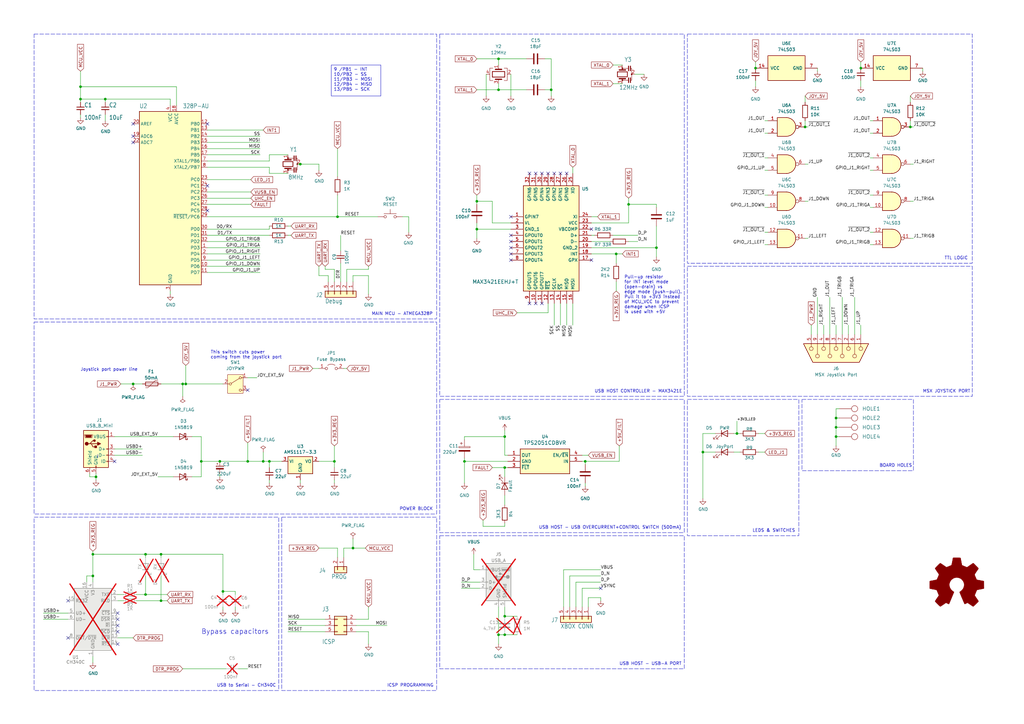
<source format=kicad_sch>
(kicad_sch (version 20231120) (generator "eeschema") (generator_version "8.0")
  (paper "A3")
  (title_block (title "msx-joyduke-v1") (date "2024-06-15") (rev "build2") (company "Albert Herranz"))
  (junction (at 240.03 189.23))
  (junction (at 342.9 179.07))
  (junction (at 373.38 52.07))
  (junction (at 269.24 101.6))
  (junction (at 207.01 252.73))
  (junction (at 54.61 157.48))
  (junction (at 288.29 185.42))
  (junction (at 252.73 104.14))
  (junction (at 204.47 24.13))
  (junction (at 66.04 246.38))
  (junction (at 59.69 227.33))
  (junction (at 33.02 40.64))
  (junction (at 207.01 260.35))
  (junction (at 43.18 40.64))
  (junction (at 137.16 189.23))
  (junction (at 76.2 157.48))
  (junction (at 107.95 189.23))
  (junction (at 38.1 227.33))
  (junction (at 195.58 93.98))
  (junction (at 207.01 179.07))
  (junction (at 190.5 189.23))
  (junction (at 101.6 189.23))
  (junction (at 342.9 175.26))
  (junction (at 33.02 35.56))
  (junction (at 207.01 191.77))
  (junction (at 257.81 83.82))
  (junction (at 38.1 236.22))
  (junction (at 138.43 88.9))
  (junction (at 195.58 82.55))
  (junction (at 144.78 224.79))
  (junction (at 309.88 27.94))
  (junction (at 302.26 177.8))
  (junction (at 226.06 36.83))
  (junction (at 353.06 27.94))
  (junction (at 204.47 36.83))
  (junction (at 82.55 189.23))
  (junction (at 204.47 260.35))
  (junction (at 59.69 243.84))
  (junction (at 90.17 189.23))
  (junction (at 74.93 157.48))
  (junction (at 123.19 67.31))
  (junction (at 66.04 227.33))
  (junction (at 330.2 52.07))
  (junction (at 91.44 242.57))
  (junction (at 110.49 189.23))
  (junction (at 342.9 171.45))
  (junction (at 39.37 195.58))
  (no_connect (at 85.09 86.36))
  (no_connect (at 242.57 106.68))
  (no_connect (at 209.55 96.52))
  (no_connect (at 217.17 124.46))
  (no_connect (at 54.61 58.42))
  (no_connect (at 101.6 160.02))
  (no_connect (at 27.94 246.38))
  (no_connect (at 219.71 124.46))
  (no_connect (at 46.99 189.23))
  (no_connect (at 242.57 93.98))
  (no_connect (at 232.41 71.12))
  (no_connect (at 27.94 261.62))
  (no_connect (at 48.26 256.54))
  (no_connect (at 209.55 88.9))
  (no_connect (at 54.61 50.8))
  (no_connect (at 48.26 264.16))
  (no_connect (at 48.26 251.46))
  (no_connect (at 54.61 55.88))
  (no_connect (at 222.25 124.46))
  (no_connect (at 217.17 71.12))
  (no_connect (at 209.55 99.06))
  (no_connect (at 229.87 71.12))
  (no_connect (at 48.26 259.08))
  (no_connect (at 85.09 50.8))
  (no_connect (at 222.25 71.12))
  (no_connect (at 246.38 241.3))
  (no_connect (at 227.33 71.12))
  (no_connect (at 209.55 104.14))
  (no_connect (at 209.55 106.68))
  (no_connect (at 48.26 254))
  (no_connect (at 85.09 76.2))
  (no_connect (at 209.55 101.6))
  (no_connect (at 219.71 71.12))
  (no_connect (at 224.79 71.12))
  (wire (pts (xy 201.93 91.44) (xy 201.93 82.55)))
  (wire (pts (xy 353.06 33.02) (xy 353.06 35.56)))
  (wire (pts (xy 59.69 227.33) (xy 66.04 227.33)))
  (wire (pts (xy 54.61 157.48) (xy 58.42 157.48)))
  (wire (pts (xy 313.69 80.01) (xy 314.96 80.01)))
  (wire (pts (xy 344.17 175.26) (xy 342.9 175.26)))
  (wire (pts (xy 195.58 93.98) (xy 209.55 93.98)))
  (wire (pts (xy 207.01 176.53) (xy 207.01 179.07)))
  (wire (pts (xy 85.09 63.5) (xy 106.68 63.5)))
  (wire (pts (xy 76.2 149.86) (xy 76.2 157.48)))
  (wire (pts (xy 251.46 96.52) (xy 261.62 96.52)))
  (wire (pts (xy 137.16 196.85) (xy 137.16 198.12)))
  (wire (pts (xy 33.02 48.26) (xy 33.02 46.99)))
  (wire (pts (xy 55.88 243.84) (xy 59.69 243.84)))
  (wire (pts (xy 238.76 189.23) (xy 240.03 189.23)))
  (wire (pts (xy 233.68 236.22) (xy 246.38 236.22)))
  (wire (pts (xy 207.01 191.77) (xy 207.01 195.58)))
  (wire (pts (xy 269.24 83.82) (xy 257.81 83.82)))
  (wire (pts (xy 227.33 124.46) (xy 227.33 133.35)))
  (wire (pts (xy 139.7 107.95) (xy 139.7 115.57)))
  (wire (pts (xy 101.6 181.61) (xy 101.6 189.23)))
  (wire (pts (xy 199.39 30.48) (xy 199.39 39.37)))
  (wire (pts (xy 74.93 162.56) (xy 74.93 157.48)))
  (wire (pts (xy 240.03 198.12) (xy 240.03 199.39)))
  (wire (pts (xy 144.78 220.98) (xy 144.78 224.79)))
  (wire (pts (xy 345.44 121.92) (xy 345.44 137.16)))
  (wire (pts (xy 269.24 92.71) (xy 269.24 101.6)))
  (wire (pts (xy 85.09 101.6) (xy 106.68 101.6)))
  (wire (pts (xy 331.47 82.55) (xy 330.2 82.55)))
  (wire (pts (xy 144.78 113.03) (xy 151.13 113.03)))
  (wire (pts (xy 33.02 40.64) (xy 33.02 35.56)))
  (wire (pts (xy 85.09 55.88) (xy 106.68 55.88)))
  (wire (pts (xy 85.09 109.22) (xy 106.68 109.22)))
  (wire (pts (xy 118.11 254) (xy 133.35 254)))
  (wire (pts (xy 38.1 236.22) (xy 35.56 236.22)))
  (wire (pts (xy 167.64 88.9) (xy 167.64 95.25)))
  (wire (pts (xy 38.1 227.33) (xy 38.1 236.22)))
  (wire (pts (xy 311.15 185.42) (xy 313.69 185.42)))
  (wire (pts (xy 140.97 224.79) (xy 140.97 228.6)))
  (wire (pts (xy 85.09 53.34) (xy 107.95 53.34)))
  (wire (pts (xy 165.1 88.9) (xy 167.64 88.9)))
  (wire (pts (xy 378.46 29.21) (xy 378.46 27.94)))
  (wire (pts (xy 149.86 224.79) (xy 144.78 224.79)))
  (wire (pts (xy 356.87 69.85) (xy 358.14 69.85)))
  (wire (pts (xy 151.13 254) (xy 151.13 248.92)))
  (wire (pts (xy 257.81 99.06) (xy 261.62 99.06)))
  (wire (pts (xy 337.82 133.35) (xy 337.82 137.16)))
  (wire (pts (xy 374.65 67.31) (xy 373.38 67.31)))
  (wire (pts (xy 288.29 177.8) (xy 288.29 185.42)))
  (wire (pts (xy 257.81 83.82) (xy 257.81 81.28)))
  (wire (pts (xy 38.1 226.06) (xy 38.1 227.33)))
  (wire (pts (xy 82.55 179.07) (xy 78.74 179.07)))
  (wire (pts (xy 204.47 260.35) (xy 207.01 260.35)))
  (wire (pts (xy 17.78 251.46) (xy 27.94 251.46)))
  (polyline (pts (xy 40.132 187.706) (xy 40.132 186.436)))
  (wire (pts (xy 105.41 154.94) (xy 101.6 154.94)))
  (wire (pts (xy 39.37 195.58) (xy 39.37 196.85)))
  (wire (pts (xy 342.9 167.64) (xy 342.9 171.45)))
  (wire (pts (xy 226.06 36.83) (xy 226.06 39.37)))
  (wire (pts (xy 288.29 185.42) (xy 288.29 204.47)))
  (wire (pts (xy 196.85 233.68) (xy 194.31 233.68)))
  (wire (pts (xy 340.36 121.92) (xy 340.36 137.16)))
  (wire (pts (xy 74.93 274.32) (xy 92.71 274.32)))
  (wire (pts (xy 138.43 88.9) (xy 138.43 80.01)))
  (wire (pts (xy 293.37 185.42) (xy 288.29 185.42)))
  (wire (pts (xy 69.85 120.65) (xy 69.85 119.38)))
  (wire (pts (xy 118.11 63.5) (xy 110.49 63.5)))
  (wire (pts (xy 309.88 33.02) (xy 309.88 35.56)))
  (wire (pts (xy 204.47 260.35) (xy 204.47 264.16)))
  (wire (pts (xy 302.26 177.8) (xy 300.99 177.8)))
  (wire (pts (xy 313.69 69.85) (xy 314.96 69.85)))
  (wire (pts (xy 300.99 185.42) (xy 303.53 185.42)))
  (wire (pts (xy 242.57 99.06) (xy 250.19 99.06)))
  (wire (pts (xy 252.73 119.38) (xy 252.73 115.57)))
  (wire (pts (xy 189.23 241.3) (xy 196.85 241.3)))
  (wire (pts (xy 138.43 88.9) (xy 154.94 88.9)))
  (wire (pts (xy 335.28 121.92) (xy 335.28 137.16)))
  (wire (pts (xy 17.78 254) (xy 27.94 254)))
  (wire (pts (xy 231.14 248.92) (xy 231.14 233.68)))
  (wire (pts (xy 121.92 67.31) (xy 123.19 67.31)))
  (wire (pts (xy 234.95 68.58) (xy 234.95 71.12)))
  (wire (pts (xy 356.87 100.33) (xy 358.14 100.33)))
  (wire (pts (xy 356.87 80.01) (xy 358.14 80.01)))
  (wire (pts (xy 236.22 248.92) (xy 236.22 238.76)))
  (wire (pts (xy 190.5 180.34) (xy 190.5 179.07)))
  (wire (pts (xy 374.65 82.55) (xy 373.38 82.55)))
  (wire (pts (xy 353.06 25.4) (xy 353.06 27.94)))
  (wire (pts (xy 356.87 95.25) (xy 358.14 95.25)))
  (wire (pts (xy 33.02 35.56) (xy 72.39 35.56)))
  (wire (pts (xy 331.47 67.31) (xy 330.2 67.31)))
  (wire (pts (xy 374.65 52.07) (xy 373.38 52.07)))
  (wire (pts (xy 36.83 195.58) (xy 36.83 194.31)))
  (wire (pts (xy 373.38 39.37) (xy 373.38 41.91)))
  (wire (pts (xy 107.95 185.42) (xy 107.95 189.23)))
  (wire (pts (xy 269.24 85.09) (xy 269.24 83.82)))
  (wire (pts (xy 66.04 228.6) (xy 66.04 227.33)))
  (wire (pts (xy 242.57 91.44) (xy 257.81 91.44)))
  (wire (pts (xy 96.52 242.57) (xy 96.52 243.84)))
  (wire (pts (xy 212.09 128.27) (xy 224.79 128.27)))
  (wire (pts (xy 215.9 24.13) (xy 204.47 24.13)))
  (wire (pts (xy 66.04 227.33) (xy 91.44 227.33)))
  (wire (pts (xy 302.26 177.8) (xy 303.53 177.8)))
  (wire (pts (xy 195.58 24.13) (xy 204.47 24.13)))
  (wire (pts (xy 133.35 110.49) (xy 137.16 110.49)))
  (wire (pts (xy 331.47 97.79) (xy 330.2 97.79)))
  (wire (pts (xy 91.44 242.57) (xy 96.52 242.57)))
  (wire (pts (xy 204.47 24.13) (xy 204.47 26.67)))
  (wire (pts (xy 91.44 242.57) (xy 91.44 243.84)))
  (wire (pts (xy 140.97 151.13) (xy 142.24 151.13)))
  (wire (pts (xy 69.85 40.64) (xy 43.18 40.64)))
  (wire (pts (xy 195.58 93.98) (xy 195.58 97.79)))
  (wire (pts (xy 356.87 49.53) (xy 358.14 49.53)))
  (wire (pts (xy 85.09 58.42) (xy 106.68 58.42)))
  (wire (pts (xy 342.9 175.26) (xy 342.9 179.07)))
  (wire (pts (xy 236.22 238.76) (xy 246.38 238.76)))
  (wire (pts (xy 146.05 254) (xy 151.13 254)))
  (wire (pts (xy 144.78 224.79) (xy 140.97 224.79)))
  (wire (pts (xy 229.87 124.46) (xy 229.87 133.35)))
  (wire (pts (xy 33.02 41.91) (xy 33.02 40.64)))
  (wire (pts (xy 226.06 24.13) (xy 226.06 36.83)))
  (wire (pts (xy 110.49 189.23) (xy 115.57 189.23)))
  (wire (pts (xy 252.73 104.14) (xy 255.27 104.14)))
  (wire (pts (xy 344.17 167.64) (xy 342.9 167.64)))
  (wire (pts (xy 356.87 54.61) (xy 358.14 54.61)))
  (wire (pts (xy 96.52 248.92) (xy 96.52 250.19)))
  (wire (pts (xy 204.47 34.29) (xy 204.47 36.83)))
  (wire (pts (xy 38.1 269.24) (xy 38.1 271.78)))
  (wire (pts (xy 85.09 104.14) (xy 106.68 104.14)))
  (wire (pts (xy 207.01 191.77) (xy 208.28 191.77)))
  (wire (pts (xy 101.6 274.32) (xy 97.79 274.32)))
  (wire (pts (xy 130.81 67.31) (xy 130.81 69.85)))
  (wire (pts (xy 91.44 227.33) (xy 91.44 242.57)))
  (wire (pts (xy 46.99 179.07) (xy 71.12 179.07)))
  (wire (pts (xy 107.95 189.23) (xy 110.49 189.23)))
  (wire (pts (xy 151.13 109.22) (xy 151.13 110.49)))
  (wire (pts (xy 85.09 111.76) (xy 106.68 111.76)))
  (wire (pts (xy 242.57 96.52) (xy 243.84 96.52)))
  (wire (pts (xy 204.47 248.92) (xy 204.47 260.35)))
  (wire (pts (xy 313.69 85.09) (xy 314.96 85.09)))
  (wire (pts (xy 85.09 96.52) (xy 110.49 96.52)))
  (wire (pts (xy 43.18 46.99) (xy 43.18 49.53)))
  (wire (pts (xy 38.1 236.22) (xy 38.1 238.76)))
  (wire (pts (xy 251.46 26.67) (xy 255.27 26.67)))
  (wire (pts (xy 238.76 241.3) (xy 246.38 241.3)))
  (wire (pts (xy 72.39 43.18) (xy 72.39 35.56)))
  (wire (pts (xy 33.02 29.21) (xy 33.02 35.56)))
  (wire (pts (xy 195.58 91.44) (xy 195.58 93.98)))
  (wire (pts (xy 240.03 189.23) (xy 254 189.23)))
  (wire (pts (xy 110.49 189.23) (xy 110.49 191.77)))
  (wire (pts (xy 46.99 186.69) (xy 58.42 186.69)))
  (wire (pts (xy 118.11 92.71) (xy 119.38 92.71)))
  (wire (pts (xy 195.58 80.01) (xy 195.58 82.55)))
  (wire (pts (xy 223.52 24.13) (xy 226.06 24.13)))
  (wire (pts (xy 137.16 189.23) (xy 137.16 191.77)))
  (wire (pts (xy 49.53 157.48) (xy 54.61 157.48)))
  (wire (pts (xy 90.17 194.31) (xy 90.17 195.58)))
  (wire (pts (xy 208.28 186.69) (xy 207.01 186.69)))
  (wire (pts (xy 151.13 110.49) (xy 142.24 110.49)))
  (wire (pts (xy 66.04 157.48) (xy 74.93 157.48)))
  (wire (pts (xy 241.3 245.11) (xy 241.3 248.92)))
  (wire (pts (xy 82.55 179.07) (xy 82.55 189.23)))
  (wire (pts (xy 55.88 246.38) (xy 66.04 246.38)))
  (wire (pts (xy 198.12 215.9) (xy 207.01 215.9)))
  (wire (pts (xy 350.52 121.92) (xy 350.52 137.16)))
  (wire (pts (xy 137.16 110.49) (xy 137.16 115.57)))
  (wire (pts (xy 293.37 177.8) (xy 288.29 177.8)))
  (wire (pts (xy 110.49 68.58) (xy 110.49 71.12)))
  (wire (pts (xy 313.69 64.77) (xy 314.96 64.77)))
  (wire (pts (xy 139.7 96.52) (xy 139.7 102.87)))
  (wire (pts (xy 241.3 245.11) (xy 246.38 245.11)))
  (wire (pts (xy 101.6 189.23) (xy 107.95 189.23)))
  (wire (pts (xy 344.17 171.45) (xy 342.9 171.45)))
  (wire (pts (xy 347.98 133.35) (xy 347.98 137.16)))
  (wire (pts (xy 85.09 73.66) (xy 102.87 73.66)))
  (wire (pts (xy 134.62 113.03) (xy 134.62 115.57)))
  (wire (pts (xy 59.69 236.22) (xy 59.69 243.84)))
  (wire (pts (xy 257.81 91.44) (xy 257.81 83.82)))
  (wire (pts (xy 207.01 179.07) (xy 207.01 186.69)))
  (wire (pts (xy 133.35 109.22) (xy 133.35 110.49)))
  (wire (pts (xy 91.44 248.92) (xy 91.44 250.19)))
  (wire (pts (xy 35.56 236.22) (xy 35.56 238.76)))
  (wire (pts (xy 123.19 196.85) (xy 123.19 198.12)))
  (wire (pts (xy 252.73 107.95) (xy 252.73 104.14)))
  (wire (pts (xy 76.2 157.48) (xy 91.44 157.48)))
  (wire (pts (xy 242.57 88.9) (xy 245.11 88.9)))
  (wire (pts (xy 85.09 60.96) (xy 106.68 60.96)))
  (wire (pts (xy 198.12 213.36) (xy 198.12 215.9)))
  (wire (pts (xy 374.65 97.79) (xy 373.38 97.79)))
  (wire (pts (xy 110.49 63.5) (xy 110.49 66.04)))
  (wire (pts (xy 342.9 179.07) (xy 342.9 182.88)))
  (wire (pts (xy 130.81 189.23) (xy 137.16 189.23)))
  (wire (pts (xy 128.27 151.13) (xy 130.81 151.13)))
  (wire (pts (xy 313.69 49.53) (xy 314.96 49.53)))
  (wire (pts (xy 302.26 172.72) (xy 302.26 177.8)))
  (wire (pts (xy 342.9 171.45) (xy 342.9 175.26)))
  (wire (pts (xy 90.17 189.23) (xy 101.6 189.23)))
  (wire (pts (xy 332.74 133.35) (xy 332.74 137.16)))
  (wire (pts (xy 85.09 99.06) (xy 106.68 99.06)))
  (wire (pts (xy 309.88 25.4) (xy 309.88 27.94)))
  (wire (pts (xy 190.5 189.23) (xy 190.5 187.96)))
  (wire (pts (xy 207.01 260.35) (xy 212.09 260.35)))
  (wire (pts (xy 234.95 124.46) (xy 234.95 133.35)))
  (wire (pts (xy 151.13 259.08) (xy 151.13 264.16)))
  (wire (pts (xy 207.01 248.92) (xy 207.01 252.73)))
  (wire (pts (xy 269.24 101.6) (xy 242.57 101.6)))
  (wire (pts (xy 144.78 115.57) (xy 144.78 113.03)))
  (wire (pts (xy 242.57 104.14) (xy 252.73 104.14)))
  (wire (pts (xy 130.81 109.22) (xy 130.81 113.03)))
  (wire (pts (xy 335.28 29.21) (xy 335.28 27.94)))
  (wire (pts (xy 118.11 96.52) (xy 119.38 96.52)))
  (wire (pts (xy 85.09 81.28) (xy 102.87 81.28)))
  (wire (pts (xy 344.17 179.07) (xy 342.9 179.07)))
  (wire (pts (xy 195.58 36.83) (xy 204.47 36.83)))
  (wire (pts (xy 146.05 259.08) (xy 151.13 259.08)))
  (wire (pts (xy 46.99 184.15) (xy 58.42 184.15)))
  (wire (pts (xy 69.85 43.18) (xy 69.85 40.64)))
  (wire (pts (xy 110.49 66.04) (xy 85.09 66.04)))
  (wire (pts (xy 137.16 182.88) (xy 137.16 189.23)))
  (wire (pts (xy 204.47 36.83) (xy 215.9 36.83)))
  (wire (pts (xy 36.83 195.58) (xy 39.37 195.58)))
  (wire (pts (xy 311.15 177.8) (xy 313.69 177.8)))
  (wire (pts (xy 238.76 248.92) (xy 238.76 241.3)))
  (wire (pts (xy 85.09 106.68) (xy 106.68 106.68)))
  (wire (pts (xy 82.55 189.23) (xy 90.17 189.23)))
  (wire (pts (xy 207.01 203.2) (xy 207.01 207.01)))
  (wire (pts (xy 353.06 133.35) (xy 353.06 137.16)))
  (wire (pts (xy 118.11 256.54) (xy 133.35 256.54)))
  (wire (pts (xy 254 189.23) (xy 254 182.88)))
  (wire (pts (xy 138.43 224.79) (xy 138.43 228.6)))
  (wire (pts (xy 38.1 227.33) (xy 59.69 227.33)))
  (wire (pts (xy 110.49 71.12) (xy 118.11 71.12)))
  (wire (pts (xy 209.55 30.48) (xy 209.55 39.37)))
  (wire (pts (xy 246.38 245.11) (xy 246.38 246.38)))
  (wire (pts (xy 207.01 215.9) (xy 207.01 214.63)))
  (wire (pts (xy 190.5 189.23) (xy 190.5 198.12)))
  (wire (pts (xy 189.23 238.76) (xy 196.85 238.76)))
  (wire (pts (xy 151.13 113.03) (xy 151.13 120.65)))
  (wire (pts (xy 85.09 68.58) (xy 110.49 68.58)))
  (wire (pts (xy 130.81 113.03) (xy 134.62 113.03)))
  (wire (pts (xy 232.41 124.46) (xy 232.41 133.35)))
  (wire (pts (xy 209.55 91.44) (xy 201.93 91.44)))
  (wire (pts (xy 238.76 186.69) (xy 241.3 186.69)))
  (wire (pts (xy 66.04 236.22) (xy 66.04 246.38)))
  (wire (pts (xy 342.9 133.35) (xy 342.9 137.16)))
  (wire (pts (xy 118.11 259.08) (xy 133.35 259.08)))
  (wire (pts (xy 85.09 83.82) (xy 102.87 83.82)))
  (wire (pts (xy 59.69 243.84) (xy 68.58 243.84)))
  (wire (pts (xy 201.93 191.77) (xy 207.01 191.77)))
  (wire (pts (xy 190.5 189.23) (xy 208.28 189.23)))
  (wire (pts (xy 82.55 189.23) (xy 82.55 195.58)))
  (wire (pts (xy 224.79 124.46) (xy 224.79 128.27)))
  (wire (pts (xy 240.03 189.23) (xy 240.03 190.5)))
  (wire (pts (xy 231.14 233.68) (xy 246.38 233.68)))
  (wire (pts (xy 195.58 82.55) (xy 195.58 83.82)))
  (wire (pts (xy 373.38 49.53) (xy 373.38 52.07)))
  (wire (pts (xy 313.69 95.25) (xy 314.96 95.25)))
  (wire (pts (xy 330.2 49.53) (xy 330.2 52.07)))
  (wire (pts (xy 74.93 157.48) (xy 76.2 157.48)))
  (wire (pts (xy 43.18 41.91) (xy 43.18 40.64)))
  (wire (pts (xy 59.69 228.6) (xy 59.69 227.33)))
  (wire (pts (xy 48.26 243.84) (xy 50.8 243.84)))
  (wire (pts (xy 39.37 194.31) (xy 39.37 195.58)))
  (wire (pts (xy 142.24 110.49) (xy 142.24 115.57)))
  (wire (pts (xy 110.49 198.12) (xy 110.49 196.85)))
  (wire (pts (xy 356.87 85.09) (xy 358.14 85.09)))
  (wire (pts (xy 138.43 60.96) (xy 138.43 72.39)))
  (wire (pts (xy 260.35 30.48) (xy 264.16 30.48)))
  (wire (pts (xy 356.87 64.77) (xy 358.14 64.77)))
  (wire (pts (xy 226.06 36.83) (xy 223.52 36.83)))
  (wire (pts (xy 66.04 246.38) (xy 68.58 246.38)))
  (wire (pts (xy 85.09 88.9) (xy 138.43 88.9)))
  (wire (pts (xy 313.69 100.33) (xy 314.96 100.33)))
  (wire (pts (xy 85.09 93.98) (xy 110.49 93.98)))
  (wire (pts (xy 190.5 179.07) (xy 207.01 179.07)))
  (wire (pts (xy 269.24 101.6) (xy 269.24 105.41)))
  (wire (pts (xy 251.46 34.29) (xy 255.27 34.29)))
  (wire (pts (xy 48.26 261.62) (xy 54.61 261.62)))
  (wire (pts (xy 195.58 82.55) (xy 201.93 82.55)))
  (wire (pts (xy 158.75 256.54) (xy 146.05 256.54)))
  (wire (pts (xy 48.26 246.38) (xy 50.8 246.38)))
  (wire (pts (xy 33.02 40.64) (xy 43.18 40.64)))
  (wire (pts (xy 71.12 195.58) (xy 64.77 195.58)))
  (wire (pts (xy 330.2 39.37) (xy 330.2 41.91)))
  (wire (pts (xy 123.19 67.31) (xy 130.81 67.31)))
  (wire (pts (xy 331.47 52.07) (xy 330.2 52.07)))
  (wire (pts (xy 313.69 54.61) (xy 314.96 54.61)))
  (wire (pts (xy 82.55 195.58) (xy 78.74 195.58)))
  (wire (pts (xy 233.68 248.92) (xy 233.68 236.22)))
  (wire (pts (xy 194.31 233.68) (xy 194.31 227.33)))
  (wire (pts (xy 85.09 78.74) (xy 102.87 78.74)))
  (wire (pts (xy 110.49 92.71) (xy 110.49 93.98)))
  (wire (pts (xy 207.01 252.73) (xy 212.09 252.73)))
  (wire (pts (xy 130.81 224.79) (xy 138.43 224.79)))
  (rectangle (start 115.57 212.09) (end 179.07 283.21) (stroke (width 0) (type dash)))
  (rectangle (start 328.93 163.83) (end 374.65 193.04) (stroke (width 0) (type dash)))
  (rectangle (start 180.34 163.83) (end 280.67 218.44) (stroke (width 0) (type dash)))
  (rectangle (start 281.94 13.97) (end 398.78 107.95) (stroke (width 0) (type dash)))
  (rectangle (start 13.97 132.08) (end 179.07 210.82) (stroke (width 0) (type dash)))
  (rectangle (start 281.94 109.22) (end 398.78 162.56) (stroke (width 0) (type dash)))
  (rectangle (start 13.97 13.97) (end 179.07 130.81) (stroke (width 0) (type dash)))
  (rectangle (start 180.34 13.97) (end 280.67 162.56) (stroke (width 0) (type dash)))
  (rectangle (start 13.97 212.09) (end 114.3 283.21) (stroke (width 0) (type dash)))
  (rectangle (start 281.94 163.83) (end 327.66 219.71) (stroke (width 0) (type dash)))
  (rectangle (start 180.34 219.71) (end 280.67 274.32) (stroke (width 0) (type dash)))
  (text_box "9 /PB1 - INT\n10/PB2 - SS\n11/PB3 - MOSI\n12/PB4 - MISO\n13/PB5 - SCK\n" (at 135.89 26.67 0) (size 20.32 12.7) (effects (font (size 1.27 1.27)) (justify left top)))
  (text "MSX JOYSTICK PORT" (at 378.46 161.29 0) (effects (font (size 1.27 1.27)) (justify left bottom)))
  (text "POWER BLOCK" (at 163.83 209.55 0) (effects (font (size 1.27 1.27)) (justify left bottom)))
  (text "USB HOST - USB OVERCURRENT+CONTROL SWITCH (500mA)" (at 220.98 217.17 0) (effects (font (size 1.27 1.27)) (justify left bottom)))
  (text "Pull-up resistor\nfor INT level mode\n(open-drain) vs\nedge mode (push-pull).\nPull it to +3V3 instead\nof MCU_VCC to prevent\ndamage when ICSP\nis used with +5V" (at 256.032 128.778 0) (effects (font (size 1.27 1.27)) (justify left bottom)))
  (text "LEDS & SWITCHES" (at 308.61 218.44 0) (effects (font (size 1.27 1.27)) (justify left bottom)))
  (text "USB HOST CONTROLLER - MAX3421E" (at 243.84 161.29 0) (effects (font (size 1.27 1.27)) (justify left bottom)))
  (text "TTL LOGIC" (at 387.35 106.68 0) (effects (font (size 1.27 1.27)) (justify left bottom)))
  (text "ICSP PROGRAMMING" (at 158.75 281.94 0) (effects (font (size 1.27 1.27)) (justify left bottom)))
  (text "USB to Serial - CH340C\n" (at 88.9 281.94 0) (effects (font (size 1.27 1.27)) (justify left bottom)))
  (text "Bypass capacitors" (at 82.55 260.35 0) (effects (font (size 2 2)) (justify left bottom)))
  (text "BOARD HOLES" (at 360.68 191.77 0) (effects (font (size 1.27 1.27)) (justify left bottom)))
  (text "MAIN MCU - ATMEGA328P" (at 152.4 129.54 0) (effects (font (size 1.27 1.27)) (justify left bottom)))
  (text "USB HOST - USB-A PORT" (at 254 273.05 0) (effects (font (size 1.27 1.27)) (justify left bottom)))
  (text "Joystick port power line" (at 33.02 152.4 0) (effects (font (size 1.27 1.27)) (justify left bottom)))
  (text "This switch cuts power\ncoming from the joystick port" (at 86.36 147.32 0) (effects (font (size 1.27 1.27)) (justify left bottom)))
  (label "~{J1_OUT_2}" (at 356.87 80.01 180))
  (label "MOSI" (at 106.68 58.42 180) (effects (font (size 1.2446 1.2446))))
  (label "GPIO_J1_RIGHT" (at 356.87 69.85 180))
  (label "MISO" (at 232.41 133.35 270))
  (label "USBD-" (at 17.78 254 0))
  (label "GPIO_J1_UP" (at 313.69 69.85 180))
  (label "~{J1_OUT_1}" (at 313.69 80.01 180))
  (label "SCK" (at 227.33 133.35 270))
  (label "GND" (at 335.28 121.92 90))
  (label "SS" (at 229.87 133.35 270))
  (label "MISO" (at 106.68 60.96 180) (effects (font (size 1.2446 1.2446))))
  (label "~{J1_OUT_2}" (at 356.87 64.77 180))
  (label "J1_OUT" (at 313.69 54.61 180))
  (label "+3V3_LED" (at 302.26 172.72 0) (effects (font (size 1 1))))
  (label "J1_DOWN" (at 331.47 82.55 0))
  (label "MOSI" (at 158.75 256.54 180) (effects (font (size 1.2446 1.2446))))
  (label "GPIO_J1_TRIGB" (at 106.68 99.06 180))
  (label "GPIO_J1_TRIGB" (at 356.87 100.33 180))
  (label "J1_TRIGA" (at 350.52 121.92 90))
  (label "D_N" (at 189.23 241.3 0))
  (label "VBUS" (at 246.38 233.68 0))
  (label "DTR" (at 139.7 114.3 90))
  (label "SCK" (at 118.11 256.54 0) (effects (font (size 1.2446 1.2446))))
  (label "J1_OUT" (at 313.69 49.53 180))
  (label "~{J1_OUT_1}" (at 313.69 95.25 180))
  (label "J1_LEFT" (at 331.47 97.79 0))
  (label "MOSI" (at 234.95 133.35 270))
  (label "JOY_EXT_5V" (at 105.41 154.94 0))
  (label "~{J1_OUT_2}" (at 374.65 52.07 0))
  (label "MISO" (at 118.11 254 0) (effects (font (size 1.2446 1.2446))))
  (label "J1_TRIGB" (at 345.44 121.92 90))
  (label "J1_DOWN" (at 347.98 133.35 90))
  (label "GPIO_J1_TRIGA" (at 106.68 101.6 180))
  (label "~{J1_OUT_2}" (at 356.87 95.25 180))
  (label "~{J1_OUT_1}" (at 313.69 64.77 180))
  (label "JOY_EXT_5V" (at 64.77 195.58 180))
  (label "D_P" (at 246.38 238.76 0))
  (label "D_N" (at 261.62 99.06 0))
  (label "GPIO_J1_TRIGA" (at 356.87 85.09 180))
  (label "~{J1_OUT_1}" (at 331.47 52.07 0))
  (label "D0{slash}RX" (at 95.25 93.98 180))
  (label "GPIO_J1_RIGHT" (at 106.68 104.14 180))
  (label "D_P" (at 189.23 238.76 0))
  (label "SS" (at 106.68 55.88 180) (effects (font (size 1.2446 1.2446))))
  (label "J1_RIGHT" (at 374.65 67.31 0))
  (label "J1_TRIGA" (at 374.65 82.55 0))
  (label "GPIO_J1_DOWN" (at 313.69 85.09 180))
  (label "RESET" (at 139.7 96.52 0))
  (label "J1_UP" (at 331.47 67.31 0))
  (label "D_N" (at 246.38 236.22 0))
  (label "RESET" (at 147.32 88.9 180))
  (label "RESET" (at 118.11 259.08 0) (effects (font (size 1.2446 1.2446))))
  (label "USBD+" (at 58.42 184.15 180))
  (label "SCK" (at 106.68 63.5 180) (effects (font (size 1.2446 1.2446))))
  (label "J1_OUT" (at 340.36 121.92 90))
  (label "VSYNC" (at 246.38 241.3 0))
  (label "J1_UP" (at 353.06 133.35 90))
  (label "USBD+" (at 17.78 251.46 0))
  (label "GPIO_J1_LEFT" (at 313.69 100.33 180))
  (label "GPIO_J1_LEFT" (at 106.68 106.68 180))
  (label "J1_LEFT" (at 342.9 133.35 90))
  (label "J1_RIGHT" (at 337.82 133.35 90))
  (label "D1{slash}TX" (at 95.25 96.52 180))
  (label "GPIO_J1_DOWN" (at 106.68 109.22 180))
  (label "J1_OUT" (at 356.87 54.61 180))
  (label "J1_OUT" (at 356.87 49.53 180))
  (label "J1_TRIGB" (at 374.65 97.79 0))
  (label "D_P" (at 261.62 96.52 0))
  (label "RESET" (at 101.6 274.32 0) (effects (font (size 1.2446 1.2446))))
  (label "USBD-" (at 58.42 186.69 180))
  (label "GPIO_J1_UP" (at 106.68 111.76 180))
  (label "USB_EXT_5V" (at 64.77 179.07 180))
  (global_label "MCU_VCC" (shape input) (at 138.43 60.96 90) (property "Intersheetrefs" "${INTERSHEET_REFS}" (effects (hide yes))))
  (global_label "XTAL_1" (shape input) (at 251.46 34.29 180) (property "Intersheetrefs" "${INTERSHEET_REFS}" (effects (hide yes))))
  (global_label "UART_RX" (shape input) (at 68.58 243.84 0) (property "Intersheetrefs" "${INTERSHEET_REFS}" (effects (hide yes))))
  (global_label "UART_TX" (shape input) (at 119.38 96.52 0) (property "Intersheetrefs" "${INTERSHEET_REFS}" (effects (hide yes))))
  (global_label "JOY_5V" (shape input) (at 353.06 25.4 90) (property "Intersheetrefs" "${INTERSHEET_REFS}" (effects (hide yes))))
  (global_label "UART_RX" (shape input) (at 133.35 109.22 90) (property "Intersheetrefs" "${INTERSHEET_REFS}" (effects (hide yes))))
  (global_label "+3V3_REG" (shape input) (at 313.69 177.8 0) (property "Intersheetrefs" "${INTERSHEET_REFS}" (effects (hide yes))))
  (global_label "INT1" (shape input) (at 255.27 104.14 0) (property "Intersheetrefs" "${INTERSHEET_REFS}" (effects (hide yes))))
  (global_label "JOY_5V" (shape input) (at 142.24 151.13 0) (property "Intersheetrefs" "${INTERSHEET_REFS}" (effects (hide yes))))
  (global_label "+3V3_REG" (shape input) (at 130.81 224.79 180) (property "Intersheetrefs" "${INTERSHEET_REFS}" (effects (hide yes))))
  (global_label "JOY_5V" (shape input) (at 373.38 39.37 0) (property "Intersheetrefs" "${INTERSHEET_REFS}" (effects (hide yes))))
  (global_label "MCU_VCC" (shape input) (at 149.86 224.79 0) (property "Intersheetrefs" "${INTERSHEET_REFS}" (effects (hide yes))))
  (global_label "XTAL_0" (shape input) (at 251.46 26.67 180) (property "Intersheetrefs" "${INTERSHEET_REFS}" (effects (hide yes))))
  (global_label "FAULT" (shape input) (at 201.93 191.77 180) (property "Intersheetrefs" "${INTERSHEET_REFS}" (effects (hide yes))))
  (global_label "J1_PWR" (shape input) (at 128.27 151.13 180) (property "Intersheetrefs" "${INTERSHEET_REFS}" (effects (hide yes))))
  (global_label "UART_TX" (shape input) (at 130.81 109.22 90) (property "Intersheetrefs" "${INTERSHEET_REFS}" (effects (hide yes))))
  (global_label "J1_PWR" (shape input) (at 332.74 133.35 90) (property "Intersheetrefs" "${INTERSHEET_REFS}" (effects (hide yes))))
  (global_label "+3V3_REG" (shape input) (at 252.73 119.38 270) (property "Intersheetrefs" "${INTERSHEET_REFS}" (effects (hide yes))))
  (global_label "MCU_VCC" (shape input) (at 151.13 248.92 90) (property "Intersheetrefs" "${INTERSHEET_REFS}" (effects (hide yes))))
  (global_label "XTAL_1" (shape input) (at 195.58 36.83 180) (property "Intersheetrefs" "${INTERSHEET_REFS}" (effects (hide yes))))
  (global_label "+3V3_REG" (shape input) (at 198.12 213.36 90) (property "Intersheetrefs" "${INTERSHEET_REFS}" (effects (hide yes))))
  (global_label "LED_J1" (shape input) (at 313.69 185.42 0) (property "Intersheetrefs" "${INTERSHEET_REFS}" (effects (hide yes))))
  (global_label "XTAL_0" (shape input) (at 195.58 24.13 180) (property "Intersheetrefs" "${INTERSHEET_REFS}" (effects (hide yes))))
  (global_label "JOY_5V" (shape input) (at 330.2 39.37 0) (property "Intersheetrefs" "${INTERSHEET_REFS}" (effects (hide yes))))
  (global_label "DTR_PROG" (shape input) (at 74.93 274.32 180) (property "Intersheetrefs" "${INTERSHEET_REFS}" (effects (hide yes))))
  (global_label "DTR_PROG" (shape input) (at 54.61 261.62 0) (property "Intersheetrefs" "${INTERSHEET_REFS}" (effects (hide yes))))
  (global_label "+5V_FILT" (shape input) (at 254 182.88 90) (property "Intersheetrefs" "${INTERSHEET_REFS}" (effects (hide yes))))
  (global_label "XTAL_0" (shape input) (at 234.95 68.58 90) (property "Intersheetrefs" "${INTERSHEET_REFS}" (effects (hide yes))))
  (global_label "J1_PWR" (shape input) (at 49.53 157.48 180) (property "Intersheetrefs" "${INTERSHEET_REFS}" (effects (hide yes))))
  (global_label "+3V3_REG" (shape input) (at 137.16 182.88 90) (property "Intersheetrefs" "${INTERSHEET_REFS}" (effects (hide yes))))
  (global_label "MCU_VCC" (shape input) (at 33.02 29.21 90) (property "Intersheetrefs" "${INTERSHEET_REFS}" (effects (hide yes))))
  (global_label "FAULT" (shape input) (at 102.87 83.82 0) (property "Intersheetrefs" "${INTERSHEET_REFS}" (effects (hide yes))))
  (global_label "MCU_VCC" (shape input) (at 151.13 109.22 90) (property "Intersheetrefs" "${INTERSHEET_REFS}" (effects (hide yes))))
  (global_label "JOY_5V" (shape input) (at 76.2 149.86 90) (property "Intersheetrefs" "${INTERSHEET_REFS}" (effects (hide yes))))
  (global_label "UHC_EN" (shape input) (at 102.87 81.28 0) (property "Intersheetrefs" "${INTERSHEET_REFS}" (effects (hide yes))))
  (global_label "INT1" (shape input) (at 107.95 53.34 0) (property "Intersheetrefs" "${INTERSHEET_REFS}" (effects (hide yes))))
  (global_label "UART_TX" (shape input) (at 68.58 246.38 0) (property "Intersheetrefs" "${INTERSHEET_REFS}" (effects (hide yes))))
  (global_label "+3V3_REG" (shape input) (at 195.58 80.01 90) (property "Intersheetrefs" "${INTERSHEET_REFS}" (effects (hide yes))))
  (global_label "JOY_5V" (shape input) (at 309.88 25.4 90) (property "Intersheetrefs" "${INTERSHEET_REFS}" (effects (hide yes))))
  (global_label "+3V3_REG" (shape input) (at 38.1 226.06 90) (property "Intersheetrefs" "${INTERSHEET_REFS}" (effects (hide yes))))
  (global_label "VUSB_EN" (shape input) (at 102.87 78.74 0) (property "Intersheetrefs" "${INTERSHEET_REFS}" (effects (hide yes))))
  (global_label "+3V3_REG" (shape input) (at 257.81 81.28 90) (property "Intersheetrefs" "${INTERSHEET_REFS}" (effects (hide yes))))
  (global_label "UHC_EN" (shape input) (at 212.09 128.27 180) (property "Intersheetrefs" "${INTERSHEET_REFS}" (effects (hide yes))))
  (global_label "+5V_FILT" (shape input) (at 101.6 181.61 90) (property "Intersheetrefs" "${INTERSHEET_REFS}" (effects (hide yes))))
  (global_label "VUSB_EN" (shape input) (at 241.3 186.69 0) (property "Intersheetrefs" "${INTERSHEET_REFS}" (effects (hide yes))))
  (global_label "UART_RX" (shape input) (at 119.38 92.71 0) (property "Intersheetrefs" "${INTERSHEET_REFS}" (effects (hide yes))))
  (global_label "XTAL_1" (shape input) (at 245.11 88.9 0) (property "Intersheetrefs" "${INTERSHEET_REFS}" (effects (hide yes))))
  (global_label "LED_J1" (shape input) (at 102.87 73.66 0) (property "Intersheetrefs" "${INTERSHEET_REFS}" (effects (hide yes))))
  (symbol (lib_id "Connector:USB_B_Mini") (at 39.37 184.15 0) (unit 1)
    (property "Reference" "J1" (at 40.8178 172.2882 0))
    (property "Value" "USB_B_Mini" (at 40.8178 174.5996 0))
    (property "Footprint" "Connector_USB:USB_Mini-B_Lumberg_2486_01_Horizontal" (effects (hide yes)))
  )
  (symbol (lib_id "Device:LED") (at 297.18 185.42 0) (unit 1)
    (property "Reference" "D6" (at 290.83 183.134 0))
    (property "Value" "JoyPort" (at 297.18 183.134 0))
    (property "Footprint" "LED_SMD:LED_0805_2012Metric_Pad1.15x1.40mm_HandSolder" (effects (hide yes)))
  )
  (symbol (lib_id "74xx:74LS03") (at 322.58 52.07 0) (unit 1)
    (property "Reference" "U6" (at 322.5717 43.18 0))
    (property "Value" "74LS03" (at 322.5717 45.72 0))
    (property "Footprint" "Package_SO:SOIC-14_3.9x8.7mm_P1.27mm" (effects (hide yes)))
    (property "Datasheet" "http://www.ti.com/lit/gpn/sn74LS03" (effects (hide yes)))
  )
  (symbol (lib_id "Device:C_Small") (at 137.16 194.31 0) (unit 1)
    (property "Reference" "C8" (at 139.4968 193.1416 0) (effects (justify left)))
    (property "Value" "22uF" (at 139.4968 195.453 0) (effects (justify left)))
    (property "Footprint" "Capacitor_SMD:C_0805_2012Metric_Pad1.18x1.45mm_HandSolder" (effects (hide yes)))
  )
  (symbol (lib_id "Device:R_Small") (at 53.34 243.84 270) (unit 1) (in_bom no) (on_board no) (dnp yes)
    (property "Reference" "R1" (at 53.34 240.284 90))
    (property "Value" "1K" (at 53.34 242.062 90))
    (property "Footprint" "Resistor_SMD:R_0805_2012Metric_Pad1.20x1.40mm_HandSolder" (effects (hide yes)))
  )
  (symbol (lib_id "74xx:74LS03") (at 365.76 67.31 0) (unit 2)
    (property "Reference" "U7" (at 365.7517 58.42 0))
    (property "Value" "74LS03" (at 365.7517 60.96 0))
    (property "Footprint" "Package_SO:SOIC-14_3.9x8.7mm_P1.27mm" (effects (hide yes)))
    (property "Datasheet" "http://www.ti.com/lit/gpn/sn74LS03" (effects (hide yes)))
  )
  (symbol (lib_id "Connector:DE9_Receptacle") (at 342.9 144.78 270) (unit 1)
    (property "Reference" "J6" (at 342.9 151.13 90))
    (property "Value" "MSX Joystick Port" (at 342.9 153.67 90))
    (property "Footprint" "Connector_JST:JST_PH_B9B-PH-K_1x09_P2.00mm_Vertical" (effects (hide yes)))
    (property "Datasheet" " ~" (effects (hide yes)))
  )
  (symbol (lib_id "power:GND") (at 123.19 198.12 0) (unit 1)
    (property "Reference" "#PWR011" (effects (hide yes)))
    (property "Value" "GND" (at 123.317 202.5142 0))
  )
  (symbol (lib_id "power:GND") (at 226.06 39.37 0) (unit 1)
    (property "Reference" "#PWR025" (effects (hide yes)))
    (property "Value" "GND" (at 226.06 44.45 0))
  )
  (symbol (lib_id "my_components:HOLE") (at 350.52 179.07 0) (unit 1)
    (property "Reference" "HOLE4" (at 353.568 179.07 0) (effects (font (size 1.524 1.524)) (justify left)))
    (property "Value" "HOLE" (effects (hide yes)))
    (property "Footprint" "My_Components:Hole_3mm" (effects (hide yes)))
  )
  (symbol (lib_id "Device:R") (at 114.3 92.71 90) (unit 1)
    (property "Reference" "R10" (at 114.3 90.17 90))
    (property "Value" "1K" (at 114.3 92.71 90))
    (property "Footprint" "Resistor_SMD:R_0805_2012Metric_Pad1.20x1.40mm_HandSolder" (effects (hide yes)))
  )
  (symbol (lib_id "Connector_Generic:Conn_02x03_Odd_Even") (at 138.43 256.54 0) (unit 1)
    (property "Reference" "J3" (at 132.08 250.825 0) (effects (font (size 1.778 1.5113)) (justify left bottom)))
    (property "Value" "ICSP" (at 132.08 264.16 0) (effects (font (size 1.778 1.5113)) (justify left bottom)))
    (property "Footprint" "Connector_PinHeader_2.54mm:PinHeader_2x03_P2.54mm_Vertical" (effects (hide yes)))
  )
  (symbol (lib_id "power:GND") (at 335.28 29.21 0) (unit 1)
    (property "Reference" "#PWR029" (effects (hide yes)))
    (property "Value" "GND" (at 335.28 33.02 0))
  )
  (symbol (lib_id "power:GND") (at 269.24 105.41 0) (unit 1)
    (property "Reference" "#PWR026" (effects (hide yes)))
    (property "Value" "GND" (at 269.24 110.49 0))
  )
  (symbol (lib_id "Device:C_Small") (at 96.52 246.38 0) (unit 1) (in_bom no) (on_board no) (dnp yes)
    (property "Reference" "C6" (at 98.8568 245.2116 0) (effects (justify left)))
    (property "Value" "1uF" (at 99.06 248.92 0) (effects (justify left)))
    (property "Footprint" "Capacitor_SMD:C_0805_2012Metric_Pad1.18x1.45mm_HandSolder" (effects (hide yes)))
  )
  (symbol (lib_id "power:PWR_FLAG") (at 74.93 162.56 180) (unit 1)
    (property "Reference" "#FLG02" (effects (hide yes)))
    (property "Value" "PWR_FLAG" (at 74.93 168.021 0))
  )
  (symbol (lib_id "Device:R") (at 207.01 210.82 0) (unit 1)
    (property "Reference" "R4" (at 209.55 210.82 90))
    (property "Value" "3K3" (at 204.47 210.82 90))
    (property "Footprint" "Resistor_SMD:R_0805_2012Metric_Pad1.20x1.40mm_HandSolder" (effects (hide yes)))
  )
  (symbol (lib_id "power:GND") (at 96.52 250.19 0) (unit 1)
    (property "Reference" "#PWR09" (effects (hide yes)))
    (property "Value" "GND" (at 96.647 254.5842 0))
  )
  (symbol (lib_id "Regulator_Linear:AMS1117-3.3") (at 123.19 189.23 0) (unit 1)
    (property "Reference" "U3" (at 123.19 183.0832 0))
    (property "Value" "AMS1117-3.3" (at 123.19 185.3946 0))
    (property "Footprint" "Package_TO_SOT_SMD:SOT-223-3_TabPin2" (effects (hide yes)))
    (property "Datasheet" "http://www.advanced-monolithic.com/pdf/ds1117.pdf" (effects (hide yes)))
  )
  (symbol (lib_id "Device:C") (at 195.58 87.63 0) (unit 1)
    (property "Reference" "C10" (at 189.23 86.36 0) (effects (justify left)))
    (property "Value" "100nF" (at 186.69 88.9 0) (effects (justify left)))
    (property "Footprint" "Capacitor_SMD:C_0805_2012Metric_Pad1.18x1.45mm_HandSolder" (effects (hide yes)))
    (property "Distributor" "ANY" (effects (hide yes)))
    (property "Distributor Part" "TBD" (effects (hide yes)))
    (property "Manufacturer" "ANY" (effects (hide yes)))
    (property "MPN" "TBD" (effects (hide yes)))
  )
  (symbol (lib_id "rpiuhat:TPS2051CDBVR") (at 208.28 186.69 0) (unit 1)
    (property "Reference" "U4" (at 223.52 179.07 0))
    (property "Value" "TPS2051CDBVR" (at 223.52 181.61 0) (effects (font (size 1.5113 1.5113))))
    (property "Footprint" "rpiuhat:SOT95P280X145-5N" (effects (hide yes)))
    (property "Datasheet" "http://www.ti.com/lit/gpn/tps2051c" (effects (hide yes)))
    (property "Description" "SOT-23-5, 1A Power Distribution Switch" (effects (hide yes)))
    (property "Distributor" "LCSC" (effects (hide yes)))
    (property "Distributor Part" "C353882" (effects (hide yes)))
    (property "Manufacturer" "Texas Instruments" (effects (hide yes)))
    (property "MPN" "TPS2065CDBVR" (effects (hide yes)))
  )
  (symbol (lib_id "power:GND") (at 90.17 195.58 0) (unit 1)
    (property "Reference" "#PWR07" (effects (hide yes)))
    (property "Value" "GND" (at 90.297 199.9742 0))
  )
  (symbol (lib_id "rpiuhat:MAX3421EEHJ+T") (at 209.55 88.9 0) (unit 1)
    (property "Reference" "U5" (at 240.03 77.47 0))
    (property "Value" "MAX3421EEHJ+T" (at 203.2 115.57 0) (effects (font (size 1.5113 1.5113))))
    (property "Footprint" "rpiuhat:QFP50P700X700X120-32N" (effects (hide yes)))
    (property "Datasheet" "https://www.mouser.de/datasheet/2/609/MAX3421E-3128391.pdf" (effects (hide yes)))
    (property "Distributor" "LCSC" (effects (hide yes)))
    (property "Distributor Part" "C2651881" (effects (hide yes)))
    (property "Manufacturer" "Analog Devices Inc./Maxim Integrated " (effects (hide yes)))
    (property "MPN" "MAX3421EEHJ+T" (effects (hide yes)))
  )
  (symbol (lib_id "power:PWR_FLAG") (at 144.78 220.98 0) (unit 1)
    (property "Reference" "#FLG04" (effects (hide yes)))
    (property "Value" "PWR_FLAG" (at 144.78 215.519 0))
  )
  (symbol (lib_id "power:GND") (at 204.47 264.16 0) (unit 1)
    (property "Reference" "#PWR020" (effects (hide yes)))
    (property "Value" "GND" (at 204.47 269.24 0))
  )
  (symbol (lib_id "Device:R") (at 114.3 96.52 90) (unit 1)
    (property "Reference" "R13" (at 114.3 99.06 90))
    (property "Value" "1K" (at 114.3 96.52 90))
    (property "Footprint" "Resistor_SMD:R_0805_2012Metric_Pad1.20x1.40mm_HandSolder" (effects (hide yes)))
  )
  (symbol (lib_id "Device:R") (at 254 99.06 90) (unit 1)
    (property "Reference" "R7" (at 245.11 100.33 90))
    (property "Value" "33R" (at 248.92 100.33 90))
    (property "Footprint" "Resistor_SMD:R_0805_2012Metric_Pad1.20x1.40mm_HandSolder" (effects (hide yes)))
    (property "Description" "1%" (effects (hide yes)))
    (property "Distributor" "ANY" (effects (hide yes)))
    (property "Distributor Part" "TBD" (effects (hide yes)))
    (property "Manufacturer" "ANY" (effects (hide yes)))
    (property "MPN" "TBD" (effects (hide yes)))
  )
  (symbol (lib_id "Connector:USB_A") (at 204.47 238.76 0) (mirror y) (unit 1) (in_bom no) (on_board no) (dnp yes)
    (property "Reference" "J5" (at 204.47 227.33 0))
    (property "Value" "USB_A" (at 204.47 229.87 0))
    (property "Footprint" "rpiuhat:USB-A-SMD_FUS270-FSBW5K" (effects (hide yes)))
    (property "Datasheet" "https://datasheet.lcsc.com/lcsc/2304261556_Jing-Extension-of-the-Electronic-Co--904-131A2032S10100_C8328.pdf" (effects (hide yes)))
    (property "Distributor" "LCSC" (effects (hide yes)))
    (property "Distributor Part" "C8328" (effects (hide yes)))
    (property "Manufacturer" "Jing Extension of the Electronic Co." (effects (hide yes)))
    (property "MPN" "904-131A2032S10100" (effects (hide yes)))
  )
  (symbol (lib_id "power:GND") (at 167.64 95.25 0) (mirror y) (unit 1)
    (property "Reference" "#PWR016" (effects (hide yes)))
    (property "Value" "GND" (at 167.513 99.6442 0))
  )
  (symbol (lib_id "power:GND") (at 91.44 250.19 0) (unit 1)
    (property "Reference" "#PWR08" (effects (hide yes)))
    (property "Value" "GND" (at 91.567 254.5842 0))
  )
  (symbol (lib_id "74xx:74LS03") (at 322.58 27.94 90) (unit 5)
    (property "Reference" "U6" (at 322.58 17.78 90))
    (property "Value" "74LS03" (at 322.58 20.32 90))
    (property "Footprint" "Package_SO:SOIC-14_3.9x8.7mm_P1.27mm" (effects (hide yes)))
    (property "Datasheet" "http://www.ti.com/lit/gpn/sn74LS03" (effects (hide yes)))
  )
  (symbol (lib_id "power:GND") (at 38.1 271.78 0) (unit 1)
    (property "Reference" "#PWR02" (effects (hide yes)))
    (property "Value" "GND" (at 38.227 276.1742 0))
  )
  (symbol (lib_id "power:GND") (at 151.13 264.16 0) (unit 1)
    (property "Reference" "#PWR015" (effects (hide yes)))
    (property "Value" "GND" (at 151.257 268.5542 0))
  )
  (symbol (lib_id "Device:R_Small") (at 53.34 246.38 270) (unit 1) (in_bom no) (on_board no) (dnp yes)
    (property "Reference" "R2" (at 53.34 248.158 90))
    (property "Value" "1K" (at 53.34 249.682 90))
    (property "Footprint" "Resistor_SMD:R_0805_2012Metric_Pad1.20x1.40mm_HandSolder" (effects (hide yes)))
  )
  (symbol (lib_id "power:PWR_FLAG") (at 54.61 157.48 180) (unit 1)
    (property "Reference" "#FLG01" (effects (hide yes)))
    (property "Value" "PWR_FLAG" (at 54.61 162.941 0))
  )
  (symbol (lib_id "Device:LED") (at 59.69 232.41 90) (unit 1) (in_bom no) (on_board no) (dnp yes)
    (property "Reference" "D1" (at 57.404 238.76 0))
    (property "Value" "TX" (at 57.404 232.41 0))
    (property "Footprint" "LED_SMD:LED_0805_2012Metric_Pad1.15x1.40mm_HandSolder" (effects (hide yes)))
  )
  (symbol (lib_id "Device:R") (at 307.34 185.42 90) (unit 1)
    (property "Reference" "R9" (at 307.34 183.642 90))
    (property "Value" "3K3" (at 307.34 187.706 90))
    (property "Footprint" "Resistor_SMD:R_0805_2012Metric_Pad1.20x1.40mm_HandSolder" (effects (hide yes)))
    (property "LCSC" "C4310" (effects (hide yes)))
  )
  (symbol (lib_id "power:GND") (at 199.39 39.37 0) (unit 1)
    (property "Reference" "#PWR022" (effects (hide yes)))
    (property "Value" "GND" (at 199.39 44.45 0))
  )
  (symbol (lib_id "74xx:74LS03") (at 322.58 82.55 0) (unit 3)
    (property "Reference" "U6" (at 322.5717 73.66 0))
    (property "Value" "74LS03" (at 322.5717 76.2 0))
    (property "Footprint" "Package_SO:SOIC-14_3.9x8.7mm_P1.27mm" (effects (hide yes)))
    (property "Datasheet" "http://www.ti.com/lit/gpn/sn74LS03" (effects (hide yes)))
  )
  (symbol (lib_id "Device:R") (at 252.73 111.76 180) (unit 1)
    (property "Reference" "R14" (at 250.19 113.0301 0) (effects (justify left)))
    (property "Value" "2K2" (at 250.19 110.4901 0) (effects (justify left)))
    (property "Footprint" "Resistor_SMD:R_0805_2012Metric_Pad1.20x1.40mm_HandSolder" (effects (hide yes)))
  )
  (symbol (lib_id "Device:Resonator") (at 255.27 30.48 90) (mirror x) (unit 1)
    (property "Reference" "Y3" (at 259.08 25.4 90) (effects (font (size 1.778 1.5113)) (justify left bottom)))
    (property "Value" "12MHz" (at 261.62 36.83 90) (effects (font (size 1.778 1.5113)) (justify left bottom)))
    (property "Footprint" "Crystal:Resonator_SMD_Murata_CSTxExxV-3Pin_3.0x1.1mm_HandSoldering" (effects (hide yes)))
  )
  (symbol (lib_id "power:GND") (at 209.55 39.37 0) (unit 1)
    (property "Reference" "#PWR023" (effects (hide yes)))
    (property "Value" "GND" (at 209.55 44.45 0))
  )
  (symbol (lib_id "power:GND") (at 309.88 35.56 0) (unit 1)
    (property "Reference" "#PWR028" (effects (hide yes)))
    (property "Value" "GND" (at 309.88 40.64 0))
  )
  (symbol (lib_id "Connector_Generic:Conn_01x05") (at 236.22 254 270) (unit 1)
    (property "Reference" "J7" (at 226.06 255.27 90) (effects (font (size 1.778 1.5113)) (justify left bottom)))
    (property "Value" "XBOX CONN" (at 229.87 257.81 90) (effects (font (size 1.778 1.5113)) (justify left bottom)))
    (property "Footprint" "Connector_JST:JST_PH_B5B-PH-K_1x05_P2.00mm_Vertical" (effects (hide yes)))
  )
  (symbol (lib_id "Connector_Generic:Conn_01x05") (at 139.7 120.65 270) (unit 1)
    (property "Reference" "J2" (at 129.54 121.92 90) (effects (font (size 1.778 1.5113)) (justify left bottom)))
    (property "Value" "Debug" (at 133.35 124.46 90) (effects (font (size 1.778 1.5113)) (justify left bottom)))
    (property "Footprint" "Connector_PinHeader_2.54mm:PinHeader_1x05_P2.54mm_Vertical" (effects (hide yes)))
  )
  (symbol (lib_id "74xx:74LS03") (at 365.76 52.07 0) (unit 1)
    (property "Reference" "U7" (at 365.7517 43.18 0))
    (property "Value" "74LS03" (at 365.7517 45.72 0))
    (property "Footprint" "Package_SO:SOIC-14_3.9x8.7mm_P1.27mm" (effects (hide yes)))
    (property "Datasheet" "http://www.ti.com/lit/gpn/sn74LS03" (effects (hide yes)))
  )
  (symbol (lib_id "my_components:HOLE") (at 350.52 175.26 0) (unit 1)
    (property "Reference" "HOLE3" (at 353.568 175.26 0) (effects (font (size 1.524 1.524)) (justify left)))
    (property "Value" "HOLE" (effects (hide yes)))
    (property "Footprint" "My_Components:Hole_3mm" (effects (hide yes)))
  )
  (symbol (lib_id "Device:C") (at 219.71 36.83 270) (unit 1)
    (property "Reference" "C16" (at 219.71 29.21 90))
    (property "Value" "18pF" (at 219.71 31.75 90))
    (property "Footprint" "Capacitor_SMD:C_0805_2012Metric_Pad1.18x1.45mm_HandSolder" (effects (hide yes)))
    (property "Distributor" "ANY" (effects (hide yes)))
    (property "Distributor Part" "TBD" (effects (hide yes)))
    (property "Manufacturer" "ANY" (effects (hide yes)))
    (property "MPN" "TBD" (effects (hide yes)))
  )
  (symbol (lib_id "power:GND") (at 69.85 120.65 0) (unit 1)
    (property "Reference" "#PWR06" (effects (hide yes)))
    (property "Value" "GND" (at 69.977 125.0442 0))
  )
  (symbol (lib_id "Device:Polyfuse") (at 62.23 157.48 90) (unit 1)
    (property "Reference" "F1" (at 61.976 152.4 90))
    (property "Value" "50mA" (at 61.976 154.94 90))
    (property "Footprint" "Fuse:Fuse_1206_3216Metric_Pad1.42x1.75mm_HandSolder" (effects (hide yes)))
  )
  (symbol (lib_id "Device:LED") (at 66.04 232.41 90) (unit 1) (in_bom no) (on_board no) (dnp yes)
    (property "Reference" "D2" (at 63.754 238.76 0))
    (property "Value" "RX" (at 63.754 232.41 0))
    (property "Footprint" "LED_SMD:LED_0805_2012Metric_Pad1.15x1.40mm_HandSolder" (effects (hide yes)))
  )
  (symbol (lib_id "power:GND") (at 240.03 199.39 0) (unit 1)
    (property "Reference" "#PWR024" (effects (hide yes)))
    (property "Value" "GND" (at 240.03 204.47 0))
  )
  (symbol (lib_id "Interface_USB:CH340C") (at 38.1 254 0) (unit 1) (in_bom no) (on_board no) (dnp yes)
    (property "Reference" "U1" (at 30.988 269.494 0))
    (property "Value" "CH340C" (at 30.988 271.526 0))
    (property "Footprint" "Package_SO:SOIC-16_3.9x9.9mm_P1.27mm" (effects (hide yes)))
    (property "Datasheet" "https://datasheet.lcsc.com/szlcsc/Jiangsu-Qin-Heng-CH340C_C84681.pdf" (effects (hide yes)))
  )
  (symbol (lib_id "Device:Resonator") (at 118.11 67.31 90) (mirror x) (unit 1)
    (property "Reference" "Y1" (at 121.92 62.23 90) (effects (font (size 1.778 1.5113)) (justify left bottom)))
    (property "Value" "8MHz" (at 124.46 73.66 90) (effects (font (size 1.778 1.5113)) (justify left bottom)))
    (property "Footprint" "Crystal:Resonator_SMD_Murata_CSTxExxV-3Pin_3.0x1.1mm_HandSoldering" (effects (hide yes)))
  )
  (symbol (lib_id "power:GND") (at 137.16 198.12 0) (unit 1)
    (property "Reference" "#PWR013" (effects (hide yes)))
    (property "Value" "GND" (at 137.287 202.5142 0))
  )
  (symbol (lib_id "Device:C_Small") (at 139.7 105.41 0) (mirror y) (unit 1)
    (property "Reference" "C9" (at 137.16 105.41 90))
    (property "Value" "100nF" (at 142.24 105.41 90))
    (property "Footprint" "Capacitor_SMD:C_0805_2012Metric_Pad1.18x1.45mm_HandSolder" (effects (hide yes)))
  )
  (symbol (lib_id "Device:Crystal_GND24") (at 204.47 30.48 270) (unit 1)
    (property "Reference" "Y2" (at 204.47 19.05 90))
    (property "Value" "12MHz" (at 204.47 21.59 90))
    (property "Footprint" "Crystal:Crystal_SMD_5032-4Pin_5.0x3.2mm" (effects (hide yes)))
    (property "Description" "GND on Pin 2+4" (effects (hide yes)))
    (property "Distributor" "ANY" (effects (hide yes)))
    (property "Distributor Part" "TBD" (effects (hide yes)))
    (property "Manufacturer" "ANY" (effects (hide yes)))
    (property "MPN" "TBD" (effects (hide yes)))
  )
  (symbol (lib_id "Device:C_Small") (at 309.88 30.48 0) (unit 1)
    (property "Reference" "C17" (at 304.8 29.21 0))
    (property "Value" "100nF" (at 304.8 31.75 0))
    (property "Footprint" "Capacitor_SMD:C_0805_2012Metric_Pad1.18x1.45mm_HandSolder" (effects (hide yes)))
  )
  (symbol (lib_id "power:PWR_FLAG") (at 107.95 185.42 0) (unit 1)
    (property "Reference" "#FLG03" (effects (hide yes)))
    (property "Value" "PWR_FLAG" (at 107.95 180.34 0))
  )
  (symbol (lib_id "power:GND") (at 110.49 198.12 0) (unit 1)
    (property "Reference" "#PWR010" (effects (hide yes)))
    (property "Value" "GND" (at 110.617 202.5142 0))
  )
  (symbol (lib_id "74xx:74LS03") (at 322.58 97.79 0) (unit 4)
    (property "Reference" "U6" (at 322.5717 88.9 0))
    (property "Value" "74LS03" (at 322.5717 91.44 0))
    (property "Footprint" "Package_SO:SOIC-14_3.9x8.7mm_P1.27mm" (effects (hide yes)))
    (property "Datasheet" "http://www.ti.com/lit/gpn/sn74LS03" (effects (hide yes)))
  )
  (symbol (lib_id "Switch:SW_Push") (at 160.02 88.9 0) (mirror y) (unit 1)
    (property "Reference" "SW2" (at 160.02 81.5086 0))
    (property "Value" "RESET" (at 160.02 83.82 0))
    (property "Footprint" "Button_Switch_THT:SW_Tactile_SPST_Angled_PTS645Vx39-2LFS" (effects (hide yes)))
  )
  (symbol (lib_id "Device:C_Small") (at 95.25 274.32 90) (unit 1) (in_bom no) (on_board no) (dnp yes)
    (property "Reference" "C5" (at 96.52 269.24 90) (effects (justify left bottom)))
    (property "Value" "100nF" (at 97.79 276.86 90) (effects (justify left bottom)))
    (property "Footprint" "Capacitor_SMD:C_0805_2012Metric_Pad1.18x1.45mm_HandSolder" (effects (hide yes)))
  )
  (symbol (lib_id "Device:C_Small") (at 91.44 246.38 0) (unit 1) (in_bom no) (on_board no) (dnp yes)
    (property "Reference" "C4" (at 86.36 245.11 0) (effects (justify left)))
    (property "Value" "100nF" (at 83.82 248.92 0) (effects (justify left)))
    (property "Footprint" "Capacitor_SMD:C_0805_2012Metric_Pad1.18x1.45mm_HandSolder" (effects (hide yes)))
  )
  (symbol (lib_id "Device:C_Small") (at 353.06 30.48 0) (unit 1)
    (property "Reference" "C18" (at 347.98 29.21 0))
    (property "Value" "100nF" (at 347.98 31.75 0))
    (property "Footprint" "Capacitor_SMD:C_0805_2012Metric_Pad1.18x1.45mm_HandSolder" (effects (hide yes)))
  )
  (symbol (lib_id "power:GND") (at 43.18 49.53 0) (unit 1)
    (property "Reference" "#PWR04" (effects (hide yes)))
    (property "Value" "GND" (at 43.307 53.9242 0))
  )
  (symbol (lib_id "74xx:74LS03") (at 322.58 67.31 0) (unit 2)
    (property "Reference" "U6" (at 322.5717 58.42 0))
    (property "Value" "74LS03" (at 322.5717 60.96 0))
    (property "Footprint" "Package_SO:SOIC-14_3.9x8.7mm_P1.27mm" (effects (hide yes)))
    (property "Datasheet" "http://www.ti.com/lit/gpn/sn74LS03" (effects (hide yes)))
  )
  (symbol (lib_id "power:GND") (at 246.38 246.38 0) (unit 1)
    (property "Reference" "#PWR033" (effects (hide yes)))
    (property "Value" "GND" (at 246.38 251.46 0))
  )
  (symbol (lib_id "power:GND") (at 288.29 204.47 0) (unit 1)
    (property "Reference" "#PWR027" (effects (hide yes)))
    (property "Value" "GND" (at 288.417 208.8642 0))
  )
  (symbol (lib_id "Device:R") (at 212.09 256.54 0) (unit 1) (in_bom no) (on_board no) (dnp yes)
    (property "Reference" "R5" (at 214.63 255.27 0) (effects (justify left)))
    (property "Value" "1M" (at 214.63 257.81 0) (effects (justify left)))
    (property "Footprint" "Resistor_SMD:R_0805_2012Metric_Pad1.20x1.40mm_HandSolder" (effects (hide yes)))
    (property "Distributor" "ANY" (effects (hide yes)))
    (property "Distributor Part" "TBD" (effects (hide yes)))
    (property "Manufacturer" "ANY" (effects (hide yes)))
    (property "MPN" "TBD" (effects (hide yes)))
  )
  (symbol (lib_id "Device:R") (at 307.34 177.8 90) (unit 1)
    (property "Reference" "R8" (at 307.34 176.022 90))
    (property "Value" "3K3" (at 307.34 180.086 90))
    (property "Footprint" "Resistor_SMD:R_0805_2012Metric_Pad1.20x1.40mm_HandSolder" (effects (hide yes)))
  )
  (symbol (lib_id "Device:C_Small") (at 33.02 44.45 0) (unit 1)
    (property "Reference" "C1" (at 34.544 44.069 0) (effects (font (size 1.778 1.5113)) (justify left bottom)))
    (property "Value" "100nF" (at 34.544 49.149 0) (effects (font (size 1.778 1.5113)) (justify left bottom)))
    (property "Footprint" "Capacitor_SMD:C_0805_2012Metric_Pad1.18x1.45mm_HandSolder" (effects (hide yes)))
  )
  (symbol (lib_id "Device:R") (at 330.2 45.72 0) (unit 1)
    (property "Reference" "R11" (at 332.359 44.45 0) (effects (justify left)))
    (property "Value" "10K" (at 332.359 46.99 0) (effects (justify left)))
    (property "Footprint" "Resistor_SMD:R_0805_2012Metric_Pad1.20x1.40mm_HandSolder" (effects (hide yes)))
  )
  (symbol (lib_id "Device:C_Polarized_Small") (at 90.17 191.77 0) (unit 1)
    (property "Reference" "C3" (at 91.44 190.5 0) (effects (justify left)))
    (property "Value" "220uF" (at 88.9 194.31 0) (effects (justify left)))
    (property "Footprint" "Capacitor_SMD:CP_Elec_6.3x5.4" (effects (hide yes)))
  )
  (symbol (lib_id "Jumper:Jumper_2_Open") (at 135.89 151.13 0) (unit 1)
    (property "Reference" "JP1" (at 135.89 144.78 0))
    (property "Value" "Fuse Bypass" (at 135.89 147.32 0))
    (property "Footprint" "Connector_PinHeader_2.54mm:PinHeader_1x02_P2.54mm_Vertical" (effects (hide yes)))
  )
  (symbol (lib_id "Device:R") (at 247.65 96.52 90) (unit 1)
    (property "Reference" "R6" (at 245.11 93.98 90))
    (property "Value" "33R" (at 248.92 93.98 90))
    (property "Footprint" "Resistor_SMD:R_0805_2012Metric_Pad1.20x1.40mm_HandSolder" (effects (hide yes)))
    (property "Description" "1%" (effects (hide yes)))
    (property "Distributor" "ANY" (effects (hide yes)))
    (property "Distributor Part" "TBD" (effects (hide yes)))
    (property "Manufacturer" "ANY" (effects (hide yes)))
    (property "MPN" "TBD" (effects (hide yes)))
  )
  (symbol (lib_id "power:VBUS") (at 207.01 176.53 0) (unit 1)
    (property "Reference" "#PWR021" (effects (hide yes)))
    (property "Value" "VBUS" (at 207.01 171.45 0))
  )
  (symbol (lib_id "Switch:SW_SPDT") (at 96.52 157.48 0) (unit 1)
    (property "Reference" "SW1" (at 96.52 148.59 0))
    (property "Value" "JOYPWR" (at 96.52 151.13 0))
    (property "Footprint" "My_Components:SW_SK-12D07G6-1P2T-6mm" (effects (hide yes)))
  )
  (symbol (lib_id "Device:C") (at 207.01 256.54 180) (unit 1) (in_bom no) (on_board no) (dnp yes)
    (property "Reference" "C13" (at 200.66 255.27 0) (effects (justify right)))
    (property "Value" "4.7nF" (at 198.12 257.81 0) (effects (justify right)))
    (property "Footprint" "Capacitor_SMD:C_0805_2012Metric_Pad1.18x1.45mm_HandSolder" (effects (hide yes)))
    (property "Distributor" "ANY" (effects (hide yes)))
    (property "Distributor Part" "TBD" (effects (hide yes)))
    (property "Manufacturer" "ANY" (effects (hide yes)))
    (property "MPN" "TBD" (effects (hide yes)))
  )
  (symbol (lib_id "Device:C") (at 240.03 194.31 0) (unit 1)
    (property "Reference" "C14" (at 233.68 196.85 0) (effects (justify left)))
    (property "Value" "100nF" (at 232.41 199.39 0) (effects (justify left)))
    (property "Footprint" "Capacitor_SMD:C_0805_2012Metric_Pad1.18x1.45mm_HandSolder" (effects (hide yes)))
  )
  (symbol (lib_id "MCU_Microchip_ATmega:ATmega328P-A") (at 69.85 81.28 0) (unit 1)
    (property "Reference" "U2" (at 57.15 44.45 0) (effects (font (size 1.778 1.5113)) (justify left bottom)))
    (property "Value" "328P-AU" (at 74.93 44.45 0) (effects (font (size 1.778 1.5113)) (justify left bottom)))
    (property "Footprint" "Package_QFP:TQFP-32_7x7mm_P0.8mm" (effects (hide yes)))
    (property "Datasheet" "http://ww1.microchip.com/downloads/en/DeviceDoc/ATmega328_P%20AVR%20MCU%20with%20picoPower%20Technology%20Data%20Sheet%2040001984A.pdf" (effects (hide yes)))
  )
  (symbol (lib_id "74xx:74LS03") (at 365.76 82.55 0) (unit 3)
    (property "Reference" "U7" (at 365.7517 73.66 0))
    (property "Value" "74LS03" (at 365.7517 76.2 0))
    (property "Footprint" "Package_SO:SOIC-14_3.9x8.7mm_P1.27mm" (effects (hide yes)))
    (property "Datasheet" "http://www.ti.com/lit/gpn/sn74LS03" (effects (hide yes)))
  )
  (symbol (lib_id "my_components:HOLE") (at 350.52 167.64 0) (unit 1)
    (property "Reference" "HOLE1" (at 353.568 167.64 0) (effects (font (size 1.524 1.524)) (justify left)))
    (property "Value" "HOLE" (effects (hide yes)))
    (property "Footprint" "My_Components:Hole_3mm" (effects (hide yes)))
  )
  (symbol (lib_id "Device:C") (at 269.24 88.9 0) (unit 1)
    (property "Reference" "C12" (at 273.05 87.63 0) (effects (justify left)))
    (property "Value" "1uF" (at 273.05 90.17 0) (effects (justify left)))
    (property "Footprint" "Capacitor_SMD:C_0805_2012Metric_Pad1.18x1.45mm_HandSolder" (effects (hide yes)))
    (property "Distributor" "ANY" (effects (hide yes)))
    (property "Distributor Part" "TBD" (effects (hide yes)))
    (property "Manufacturer" "ANY" (effects (hide yes)))
    (property "MPN" "TBD" (effects (hide yes)))
  )
  (symbol (lib_id "power:GND") (at 130.81 69.85 0) (unit 1)
    (property "Reference" "#PWR012" (effects (hide yes)))
    (property "Value" "GND" (at 130.937 74.2442 0))
  )
  (symbol (lib_id "Connector_Generic:Conn_01x02") (at 140.97 233.68 270) (unit 1)
    (property "Reference" "J4" (at 130.81 234.95 90) (effects (font (size 1.778 1.5113)) (justify left bottom)))
    (property "Value" "PROG" (at 135.89 237.49 90) (effects (font (size 1.778 1.5113)) (justify left bottom)))
    (property "Footprint" "Connector_PinHeader_2.54mm:PinHeader_1x02_P2.54mm_Vertical" (effects (hide yes)))
  )
  (symbol (lib_id "power:GND") (at 151.13 120.65 0) (unit 1)
    (property "Reference" "#PWR014" (effects (hide yes)))
    (property "Value" "GND" (at 151.257 125.0442 0))
  )
  (symbol (lib_id "power:VBUS") (at 194.31 227.33 0) (unit 1)
    (property "Reference" "#PWR019" (effects (hide yes)))
    (property "Value" "VBUS" (at 194.31 222.25 0))
  )
  (symbol (lib_id "power:GND") (at 378.46 29.21 0) (unit 1)
    (property "Reference" "#PWR032" (effects (hide yes)))
    (property "Value" "GND" (at 378.46 33.02 0))
  )
  (symbol (lib_id "Device:R") (at 138.43 76.2 0) (unit 1)
    (property "Reference" "R3" (at 140.97 74.93 0) (effects (justify left)))
    (property "Value" "1K" (at 140.97 77.47 0) (effects (justify left)))
    (property "Footprint" "Resistor_SMD:R_0805_2012Metric_Pad1.20x1.40mm_HandSolder" (effects (hide yes)))
  )
  (symbol (lib_id "my_components:HOLE") (at 350.52 171.45 0) (unit 1)
    (property "Reference" "HOLE2" (at 353.568 171.45 0) (effects (font (size 1.524 1.524)) (justify left)))
    (property "Value" "HOLE" (effects (hide yes)))
    (property "Footprint" "My_Components:Hole_3mm" (effects (hide yes)))
  )
  (symbol (lib_id "Device:R") (at 373.38 45.72 0) (unit 1)
    (property "Reference" "R12" (at 375.539 44.45 0) (effects (justify left)))
    (property "Value" "10K" (at 375.539 46.99 0) (effects (justify left)))
    (property "Footprint" "Resistor_SMD:R_0805_2012Metric_Pad1.20x1.40mm_HandSolder" (effects (hide yes)))
  )
  (symbol (lib_id "74xx:74LS03") (at 365.76 97.79 0) (unit 4)
    (property "Reference" "U7" (at 365.7517 88.9 0))
    (property "Value" "74LS03" (at 365.7517 91.44 0))
    (property "Footprint" "Package_SO:SOIC-14_3.9x8.7mm_P1.27mm" (effects (hide yes)))
    (property "Datasheet" "http://www.ti.com/lit/gpn/sn74LS03" (effects (hide yes)))
  )
  (symbol (lib_id "Device:C_Polarized") (at 190.5 184.15 0) (unit 1)
    (property "Reference" "C11" (at 184.15 182.88 0) (effects (justify left)))
    (property "Value" "220uF" (at 181.61 185.42 0) (effects (justify left)))
    (property "Footprint" "Capacitor_SMD:CP_Elec_6.3x5.4" (effects (hide yes)))
    (property "Description" "Aluminum Electrolytic" (effects (hide yes)))
    (property "Distributor" "ANY" (effects (hide yes)))
    (property "Distributor Part" "TBD" (effects (hide yes)))
    (property "MPN" "TBD" (effects (hide yes)))
    (property "Manufacturer" "ANY" (effects (hide yes)))
  )
  (symbol (lib_id "74xx:74LS03") (at 365.76 27.94 90) (unit 5)
    (property "Reference" "U7" (at 365.76 17.78 90))
    (property "Value" "74LS03" (at 365.76 20.32 90))
    (property "Footprint" "Package_SO:SOIC-14_3.9x8.7mm_P1.27mm" (effects (hide yes)))
    (property "Datasheet" "http://www.ti.com/lit/gpn/sn74LS03" (effects (hide yes)))
  )
  (symbol (lib_id "Device:C_Small") (at 110.49 194.31 0) (unit 1)
    (property "Reference" "C7" (at 112.8268 193.1416 0) (effects (justify left)))
    (property "Value" "22uF" (at 112.8268 195.453 0) (effects (justify left)))
    (property "Footprint" "Capacitor_SMD:C_0805_2012Metric_Pad1.18x1.45mm_HandSolder" (effects (hide yes)))
  )
  (symbol (lib_id "Diode:1N5817") (at 74.93 179.07 180) (unit 1)
    (property "Reference" "D3" (at 75.2475 172.72 0))
    (property "Value" "1N5819" (at 75.2475 175.26 0))
    (property "Footprint" "Diode_SMD:D_SOD-123" (effects (hide yes)))
    (property "Datasheet" "http://www.vishay.com/docs/88525/1n5819.pdf" (effects (hide yes)))
  )
  (symbol (lib_id "power:GND") (at 195.58 97.79 0) (unit 1)
    (property "Reference" "#PWR018" (effects (hide yes)))
    (property "Value" "GND" (at 195.58 102.87 0))
  )
  (symbol (lib_id "power:GND") (at 190.5 198.12 0) (unit 1)
    (property "Reference" "#PWR017" (effects (hide yes)))
    (property "Value" "GND" (at 190.5 203.2 0))
  )
  (symbol (lib_id "Device:LED") (at 297.18 177.8 0) (unit 1)
    (property "Reference" "D5" (at 290.83 175.514 0))
    (property "Value" "PWR" (at 297.18 175.514 0))
    (property "Footprint" "LED_SMD:LED_0805_2012Metric_Pad1.15x1.40mm_HandSolder" (effects (hide yes)))
  )
  (symbol (lib_id "power:GND") (at 264.16 30.48 0) (unit 1)
    (property "Reference" "#PWR05" (effects (hide yes)))
    (property "Value" "GND" (at 264.16 35.56 0))
  )
  (symbol (lib_id "power:GND") (at 39.37 196.85 0) (unit 1)
    (property "Reference" "#PWR03" (effects (hide yes)))
    (property "Value" "GND" (at 39.497 201.2442 0))
  )
  (symbol (lib_id "power:GND") (at 353.06 35.56 0) (unit 1)
    (property "Reference" "#PWR031" (effects (hide yes)))
    (property "Value" "GND" (at 353.06 40.64 0))
  )
  (symbol (lib_id "power:GND") (at 33.02 48.26 0) (unit 1)
    (property "Reference" "#PWR01" (effects (hide yes)))
    (property "Value" "GND" (at 33.147 52.6542 0))
  )
  (symbol (lib_id "Graphic:Logo_Open_Hardware_Large") (at 392.43 240.03 0) (unit 1) (exclude_from_sim yes) (in_bom no)
    (property "Reference" "SYM1" (effects (hide yes)))
    (property "Value" "Logo_Open_Hardware_Large" (effects (hide yes)))
    (property "Footprint" "Symbol:OSHW-Logo_7.5x8mm_SilkScreen" (effects (hide yes)))
  )
  (symbol (lib_id "Device:C") (at 219.71 24.13 270) (unit 1)
    (property "Reference" "C15" (at 219.71 16.51 90))
    (property "Value" "18pF" (at 219.71 19.05 90))
    (property "Footprint" "Capacitor_SMD:C_0805_2012Metric_Pad1.18x1.45mm_HandSolder" (effects (hide yes)))
    (property "Distributor" "ANY" (effects (hide yes)))
    (property "Distributor Part" "TBD" (effects (hide yes)))
    (property "Manufacturer" "ANY" (effects (hide yes)))
    (property "MPN" "TBD" (effects (hide yes)))
  )
  (symbol (lib_id "Diode:1N5817") (at 74.93 195.58 180) (unit 1)
    (property "Reference" "D4" (at 75.2475 189.23 0))
    (property "Value" "1N5819" (at 75.2475 191.77 0))
    (property "Footprint" "Diode_SMD:D_SOD-123" (effects (hide yes)))
    (property "Datasheet" "http://www.vishay.com/docs/88525/1n5819.pdf" (effects (hide yes)))
  )
  (symbol (lib_id "power:GND") (at 342.9 182.88 0) (unit 1)
    (property "Reference" "#PWR030" (effects (hide yes)))
    (property "Value" "GND" (at 342.9 186.69 0))
  )
  (symbol (lib_id "Device:C_Small") (at 43.18 44.45 0) (unit 1)
    (property "Reference" "C2" (at 44.704 44.069 0) (effects (font (size 1.778 1.5113)) (justify left bottom)))
    (property "Value" "10uF" (at 44.704 49.149 0) (effects (font (size 1.778 1.5113)) (justify left bottom)))
    (property "Footprint" "Capacitor_SMD:C_0805_2012Metric_Pad1.18x1.45mm_HandSolder" (effects (hide yes)))
  )
  (symbol (lib_id "Device:LED") (at 207.01 199.39 270) (unit 1)
    (property "Reference" "D7" (at 204.47 199.39 0))
    (property "Value" "Fault" (at 209.296 199.39 0))
    (property "Footprint" "LED_SMD:LED_0805_2012Metric_Pad1.15x1.40mm_HandSolder" (effects (hide yes)))
  )
)
</source>
